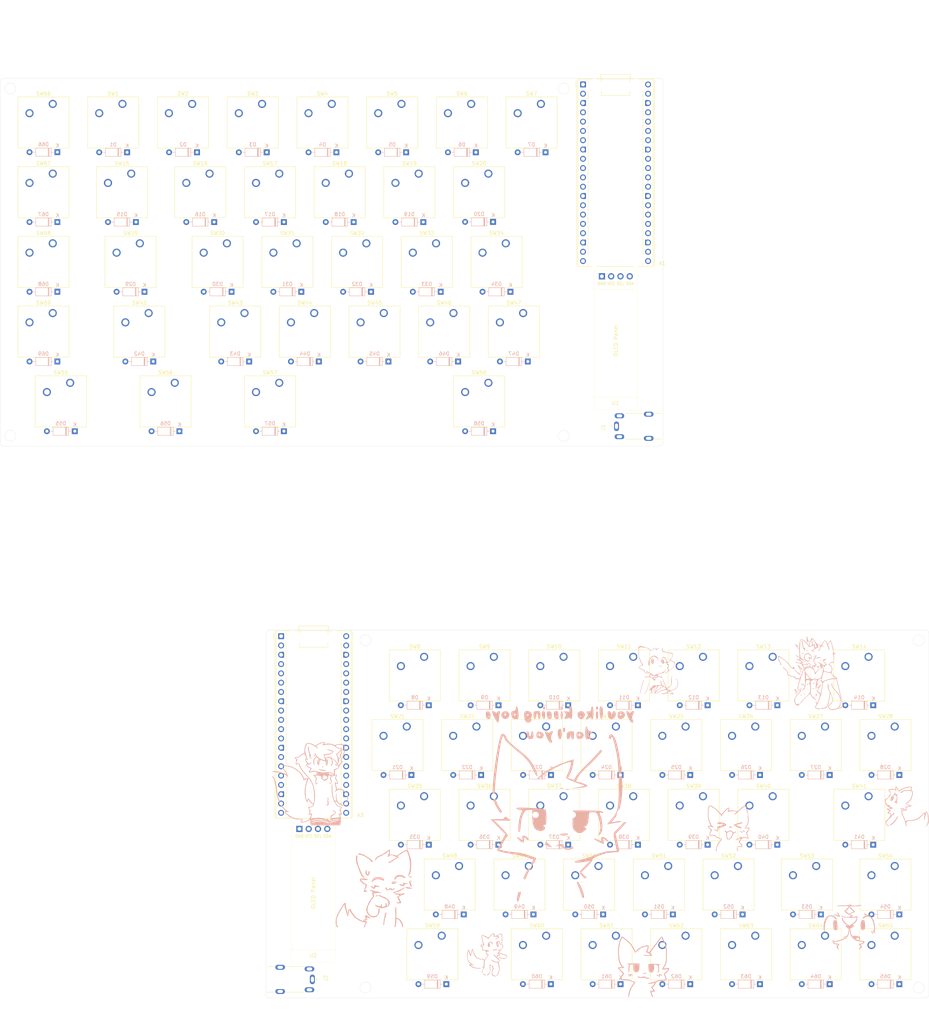
<source format=kicad_pcb>
(kicad_pcb (version 20240108) (generator "pcbnew") (generator_version "8.0")
  (layers (0 "F.Cu" signal) (31 "B.Cu" signal) (34 "B.Paste" user) (35 "F.Paste" user) (36 "B.SilkS" user "B.Silkscreen") (37 "F.SilkS" user "F.Silkscreen") (38 "B.Mask" user) (39 "F.Mask" user) (44 "Edge.Cuts" user))
  (net 0 "")
  (net 1 "Net-(D1-A)")
  (net 2 "Net-(D2-A)")
  (net 3 "Net-(D3-A)")
  (net 4 "Net-(D4-A)")
  (net 5 "Net-(D5-A)")
  (net 6 "Net-(D6-A)")
  (net 7 "Net-(D7-A)")
  (net 8 "Net-(D8-A)")
  (net 9 "Net-(D9-A)")
  (net 10 "Net-(D10-A)")
  (net 11 "Net-(D11-A)")
  (net 12 "Net-(D12-A)")
  (net 13 "Net-(D13-A)")
  (net 14 "Net-(D14-A)")
  (net 15 "Net-(D15-A)")
  (net 16 "Net-(D16-A)")
  (net 17 "Net-(D17-A)")
  (net 18 "Net-(D18-A)")
  (net 19 "Net-(D19-A)")
  (net 20 "Net-(D20-A)")
  (net 21 "Net-(D21-A)")
  (net 22 "Net-(D22-A)")
  (net 23 "Net-(D23-A)")
  (net 24 "Net-(D24-A)")
  (net 25 "Net-(D25-A)")
  (net 26 "Net-(D26-A)")
  (net 27 "Net-(D27-A)")
  (net 28 "Net-(D28-A)")
  (net 29 "Net-(D29-A)")
  (net 30 "Net-(D30-A)")
  (net 31 "Net-(D31-A)")
  (net 32 "Net-(D32-A)")
  (net 33 "Net-(D33-A)")
  (net 34 "Net-(D34-A)")
  (net 35 "Net-(D35-A)")
  (net 36 "Net-(D36-A)")
  (net 37 "Net-(D37-A)")
  (net 38 "Net-(D38-A)")
  (net 39 "Net-(D39-A)")
  (net 40 "Net-(D40-A)")
  (net 41 "Net-(D41-A)")
  (net 42 "Net-(D42-A)")
  (net 43 "Net-(D43-A)")
  (net 44 "Net-(D44-A)")
  (net 45 "Net-(D45-A)")
  (net 46 "Net-(D46-A)")
  (net 47 "Net-(D47-A)")
  (net 48 "Net-(D48-A)")
  (net 49 "Net-(D49-A)")
  (net 50 "Net-(D50-A)")
  (net 51 "Net-(D51-A)")
  (net 52 "Net-(D52-A)")
  (net 53 "Net-(D53-A)")
  (net 54 "Net-(D54-A)")
  (net 55 "Net-(D55-A)")
  (net 56 "Net-(D56-A)")
  (net 57 "Net-(D57-A)")
  (net 58 "Net-(D58-A)")
  (net 59 "Net-(D59-A)")
  (net 60 "Net-(D60-A)")
  (net 61 "Net-(D61-A)")
  (net 62 "Net-(D62-A)")
  (net 63 "Net-(D63-A)")
  (net 64 "Net-(D64-A)")
  (net 65 "Net-(D65-A)")
  (net 66 "Net-(D66-A)")
  (net 67 "Net-(D67-A)")
  (net 68 "Net-(D68-A)")
  (net 69 "Net-(D69-A)")
  (net 70 "GND")
  (net 71 "Net-(A1-GPIO5)")
  (net 72 "Net-(A1-GPIO1)")
  (net 74 "Net-(A1-GPIO10)")
  (net 75 "Net-(A1-GPIO11)")
  (net 80 "Net-(A1-GPIO0)")
  (net 81 "Net-(A1-GPIO7)")
  (net 83 "Net-(A1-GPIO12)")
  (net 86 "Net-(A1-GPIO17)")
  (net 87 "Net-(A1-GPIO3)")
  (net 88 "Net-(A1-GPIO9)")
  (net 89 "+3.3V")
  (net 90 "Net-(A1-GPIO18)")
  (net 93 "Net-(A1-GPIO2)")
  (net 97 "Net-(A1-GPIO6)")
  (net 101 "Net-(A1-GPIO8)")
  (net 102 "Net-(A1-GPIO19)")
  (net 103 "Net-(A1-GPIO4)")
  (net 106 "Net-(A3-GPIO4)")
  (net 108 "Net-(A3-GPIO6)")
  (net 109 "Net-(A3-VBUS)")
  (net 110 "Net-(A3-GPIO3)")
  (net 111 "Net-(A3-GPIO18)")
  (net 114 "Net-(A3-GPIO11)")
  (net 116 "Net-(A3-GPIO0)")
  (net 119 "Net-(A3-GPIO10)")
  (net 121 "Net-(A3-GPIO17)")
  (net 122 "Net-(A3-GPIO1)")
  (net 124 "Net-(A3-GPIO5)")
  (net 125 "Net-(A3-GPIO8)")
  (net 128 "Net-(A3-GPIO12)")
  (net 129 "Net-(A3-GPIO7)")
  (net 130 "Net-(A3-GPIO9)")
  (net 131 "Net-(A3-GPIO19)")
  (net 134 "Net-(A3-GPIO2)")
  (net 140 "Net-(J1-T)")
  (net 141 "Net-(A3-3V3)")
  (footprint "Button_Switch_Keyboard:SW_Cherry_MX_1.00u_PCB" (layer "F.Cu") (at 72.75 -82.25)
    (property "Reference" "SW17")
    (property "Value" "SW_Push")
  )
  (footprint "Button_Switch_Keyboard:SW_Cherry_MX_1.25u_PCB" (layer "F.Cu") (at 219.49 106.92)
    (property "Reference" "SW53")
    (property "Value" "SW_Push")
  )
  (footprint "Button_Switch_Keyboard:SW_Cherry_MX_1.00u_PCB" (layer "F.Cu") (at 129.9 -82.25)
    (property "Reference" "SW20")
    (property "Value" "SW_Push")
  )
  (footprint "Module:RaspberryPi_Pico_Common_THT" (layer "F.Cu") (at 155.76 -106.6175)
    (property "Reference" "A1")
    (property "Value" "RaspberryPi_Pico")
  )
  (footprint "Button_Switch_Keyboard:SW_Cherry_MX_1.00u_PCB" (layer "F.Cu") (at 164.74 68.82)
    (property "Reference" "SW24")
    (property "Value" "SW_Push")
  )
  (footprint "Button_Switch_Keyboard:SW_Cherry_MX_1.00u_PCB" (layer "F.Cu") (at 68.05 -101.3)
    (property "Reference" "SW3")
    (property "Value" "SW_Push")
  )
  (footprint "Button_Switch_Keyboard:SW_Cherry_MX_1.00u_PCB" (layer "F.Cu") (at 10.85 -82.25)
    (property "Reference" "SW67")
    (property "Value" "SW_Push")
  )
  (footprint "Button_Switch_Keyboard:SW_Cherry_MX_1.00u_PCB" (layer "F.Cu") (at 139.4 -44.15)
    (property "Reference" "SW47")
    (property "Value" "SW_Push")
  )
  (footprint "Button_Switch_Keyboard:SW_Cherry_MX_1.00u_PCB" (layer "F.Cu") (at 140.94 106.92)
    (property "Reference" "SW49")
    (property "Value" "SW_Push")
  )
  (footprint "Button_Switch_Keyboard:SW_Cherry_MX_1.00u_PCB" (layer "F.Cu") (at 48.95 -101.3)
    (property "Reference" "SW2")
    (property "Value" "SW_Push")
  )
  (footprint "Module:RaspberryPi_Pico_Common_THT" (layer "F.Cu") (at 73.26 44.1325)
    (property "Reference" "A3")
    (property "Value" "RaspberryPi_Pico")
  )
  (footprint "Button_Switch_Keyboard:SW_Cherry_MX_1.00u_PCB" (layer "F.Cu") (at 183.79 125.97)
    (property "Reference" "SW62")
    (property "Value" "SW_Push")
  )
  (footprint "Button_Switch_Keyboard:SW_Cherry_MX_1.00u_PCB" (layer "F.Cu") (at 198.09 106.92)
    (property "Reference" "SW52")
    (property "Value" "SW_Push")
  )
  (footprint "Button_Switch_Keyboard:SW_Cherry_MX_1.00u_PCB" (layer "F.Cu") (at 82.3 -44.15)
    (property "Reference" "SW44")
    (property "Value" "SW_Push")
  )
  (footprint "Button_Switch_Keyboard:SW_Cherry_MX_1.00u_PCB" (layer "F.Cu") (at 169.49 49.77)
    (property "Reference" "SW11")
    (property "Value" "SW_Push")
  )
  (footprint "Button_Switch_Keyboard:SW_Cherry_MX_1.00u_PCB" (layer "F.Cu") (at 207.59 87.87)
    (property "Reference" "SW40")
    (property "Value" "SW_Push")
  )
  (footprint "Button_Switch_Keyboard:SW_Cherry_MX_1.75u_PCB" (layer "F.Cu") (at 37.05 -44.15)
    (property "Reference" "SW42")
    (property "Value" "SW_Push")
  )
  (footprint "Button_Switch_Keyboard:SW_Cherry_MX_1.00u_PCB" (layer "F.Cu") (at 131.39 49.77)
    (property "Reference" "SW9")
    (property "Value" "SW_Push")
  )
  (footprint "Button_Switch_Keyboard:SW_Cherry_MX_1.00u_PCB" (layer "F.Cu") (at 29.9 -101.3)
    (property "Reference" "SW1")
    (property "Value" "SW_Push")
  )
  (footprint "Library:SSD1306-0.91-OLED-4pin-128x32" (layer "F.Cu") (at 76.065 133.285 90)
    (property "Reference" "U2")
    (property "Value" "~" (hide yes))
  )
  (footprint "Button_Switch_Keyboard:SW_Cherry_MX_1.00u_PCB" (layer "F.Cu") (at 221.89 125.97)
    (property "Reference" "SW64")
    (property "Value" "SW_Push")
  )
  (footprint "Button_Switch_Keyboard:SW_Cherry_MX_1.00u_PCB" (layer "F.Cu") (at 159.99 106.92)
    (property "Reference" "SW50")
    (property "Value" "SW_Push")
  )
  (footprint "Button_Switch_Keyboard:SW_Cherry_MX_1.00u_PCB" (layer "F.Cu") (at 188.54 87.87)
    (property "Reference" "SW39")
    (property "Value" "SW_Push")
  )
  (footprint "Button_Switch_Keyboard:SW_Cherry_MX_1.00u_PCB" (layer "F.Cu") (at 179.04 106.92)
    (property "Reference" "SW51")
    (property "Value" "SW_Push")
  )
  (footprint "Button_Switch_Keyboard:SW_Cherry_MX_1.00u_PCB" (layer "F.Cu") (at 145.69 125.97)
    (property "Reference" "SW60")
    (property "Value" "SW_Push")
  )
  (footprint "Button_Switch_Keyboard:SW_Cherry_MX_1.00u_PCB" (layer "F.Cu") (at 134.65 -63.2)
    (property "Reference" "SW34")
    (property "Value" "SW_Push")
  )
  (footprint "Library:SSD1306-0.91-OLED-4pin-128x32" (layer "F.Cu") (at 158.725 -17.685 90)
    (property "Reference" "U1")
    (property "Value" "~")
  )
  (footprint "Button_Switch_Keyboard:SW_Cherry_MX_1.00u_PCB" (layer "F.Cu") (at 131.39 87.87)
    (property "Reference" "SW36")
    (property "Value" "SW_Push")
  )
  (footprint "Button_Switch_Keyboard:SW_Cherry_MX_1.00u_PCB" (layer "F.Cu") (at 150.44 87.87)
    (property "Reference" "SW37")
    (property "Value" "SW_Push")
  )
  (footprint "Button_Switch_Keyboard:SW_Cherry_MX_1.00u_PCB" (layer "F.Cu") (at 169.49 87.87)
    (property "Reference" "SW38")
    (property "Value" "SW_Push")
  )
  (footprint "Button_Switch_Keyboard:SW_Cherry_MX_1.00u_PCB" (layer "F.Cu") (at 150.44 49.77)
    (property "Reference" "SW10")
    (property "Value" "SW_Push")
  )
  (footprint "Button_Switch_Keyboard:SW_Cherry_MX_1.75u_PCB" (layer "F.Cu") (at 233.79 49.77)
    (property "Reference" "SW14")
    (property "Value" "SW_Push")
  )
  (footprint "Button_Switch_Keyboard:SW_Cherry_MX_1.00u_PCB" (layer "F.Cu") (at 240.94 68.82)
    (property "Reference" "SW28")
    (property "Value" "SW_Push")
  )
  (footprint "Button_Switch_Keyboard:SW_Cherry_MX_1.75u_PCB" (layer "F.Cu") (at 233.79 87.87)
    (property "Reference" "SW41")
    (property "Value" "SW_Push")
  )
  (footprint "Button_Switch_Keyboard:SW_Cherry_MX_1.50u_PCB" (layer "F.Cu") (at 44.2 -25.1)
    (property "Reference" "SW56")
    (property "Value" "SW_Push")
  )
  (footprint "Library:TENSILITY_54-00174" (layer "F.Cu") (at 75 137.9 -90)
    (property "Reference" "J2")
    (property "Value" "AudioJack4")
  )
  (footprint "Button_Switch_Keyboard:SW_Cherry_MX_1.25u_PCB" (layer "F.Cu") (at 32.3 -82.25)
    (property "Reference" "SW15")
    (property "Value" "SW_Push")
  )
  (footprint "Button_Switch_Keyboard:SW_Cherry_MX_1.00u_PCB" (layer "F.Cu") (at 53.7 -82.25)
    (property "Reference" "SW16")
    (property "Value" "SW_Push")
  )
  (footprint "Button_Switch_Keyboard:SW_Cherry_MX_1.00u_PCB" (layer "F.Cu") (at 112.34 87.87)
    (property "Reference" "SW35")
    (property "Value" "SW_Push")
  )
  (footprint "Button_Switch_Keyboard:SW_Cherry_MX_1.00u_PCB" (layer "F.Cu") (at 110.85 -82.25)
    (property "Reference" "SW19")
    (property "Value" "SW_Push")
  )
  (footprint "Button_Switch_Keyboard:SW_Cherry_MX_1.00u_PCB" (layer "F.Cu") (at 96.55 -63.2)
    (property "Reference" "SW32")
    (property "Value" "SW_Push")
  )
  (footprint "Button_Switch_Keyboard:SW_Cherry_MX_1.00u_PCB" (layer "F.Cu") (at 221.89 68.82)
    (property "Reference" "SW27")
    (property "Value" "SW_Push")
  )
  (footprint "Button_Switch_Keyboard:SW_Cherry_MX_1.00u_PCB" (layer "F.Cu") (at 144.25 -101.3)
    (property "Reference" "SW7")
    (property "Value" "SW_Push")
  )
  (footprint "Button_Switch_Keyboard:SW_Cherry_MX_1.00u_PCB" (layer "F.Cu") (at 107.59 68.82)
    (property "Reference" "SW21")
    (property "Value" "SW_Push")
  )
  (footprint "Button_Switch_Keyboard:SW_Cherry_MX_1.00u_PCB" (layer "F.Cu") (at 10.85 -63.2)
    (property "Reference" "SW68")
    (property "Value" "SW_Push")
  )
  (footprint "Button_Switch_Keyboard:SW_Cherry_MX_1.50u_PCB" (layer "F.Cu") (at 34.65 -63.2)
    (property "Reference" "SW29")
    (property "Value" "SW_Push")
  )
  (footprint "Button_Switch_Keyboard:SW_Cherry_MX_1.00u_PCB" (layer "F.Cu") (at 10.85 -101.3)
    (property "Reference" "SW66")
    (property "Value" "SW_Push")
  )
  (footprint "Button_Switch_Keyboard:SW_Cherry_MX_1.00u_PCB" (layer "F.Cu") (at 183.79 68.82)
    (property "Reference" "SW25")
    (property "Value" "SW_Push")
  )
  (footprint "Button_Switch_Keyboard:SW_Cherry_MX_1.50u_PCB" (layer "F.Cu") (at 72.75 -25.1)
    (property "Reference" "SW57")
    (property "Value" "SW_Push")
  )
  (footprint "Library:TENSILITY_54-00174" (layer "F.Cu") (at 171.71 -13.22 90)
    (property "Reference" "J1")
    (property "Value" "AudioJack4")
  )
  (footprint "Button_Switch_Keyboard:SW_Cherry_MX_1.50u_PCB" (layer "F.Cu") (at 15.6 -25.1)
    (property "Reference" "SW55")
    (property "Value" "SW_Push")
  )
  (footprint "Button_Switch_Keyboard:SW_Cherry_MX_1.00u_PCB" (layer "F.Cu") (at 101.32 -44.15)
    (property "Reference" "SW45")
    (property "Value" "SW_Push")
  )
  (footprint "Button_Switch_Keyboard:SW_Cherry_MX_1.00u_PCB" (layer "F.Cu") (at 10.85 -44.15)
    (property "Reference" "SW69")
    (property "Value" "SW_Push")
  )
  (footprint "Button_Switch_Keyboard:SW_Cherry_MX_1.00u_PCB" (layer "F.Cu") (at 145.69 68.82)
    (property "Reference" "SW23")
    (property "Value" "SW_Push")
  )
  (footprint "Button_Switch_Keyboard:SW_Cherry_MX_1.00u_PCB" (layer "F.Cu") (at 202.84 68.82)
    (property "Reference" "SW26")
    (property "Value" "SW_Push")
  )
  (footprint "Button_Switch_Keyboard:SW_Cherry_MX_1.00u_PCB" (layer "F.Cu") (at 207.59 49.77)
    (property "Reference" "SW13")
    (property "Value" "SW_Push")
  )
  (footprint "Button_Switch_Keyboard:SW_Cherry_MX_1.00u_PCB" (layer "F.Cu") (at 240.94 125.97)
    (property "Reference" "SW65")
    (property "Value" "SW_Push")
  )
  (footprint "Button_Switch_Keyboard:SW_Cherry_MX_1.00u_PCB" (layer "F.Cu") (at 126.64 68.82)
    (property "Reference" "SW22")
    (property "Value" "SW_Push")
  )
  (footprint "Button_Switch_Keyboard:SW_Cherry_MX_1.00u_PCB" (layer "F.Cu") (at 112.34 49.77)
    (property "Reference" "SW8")
    (property "Value" "SW_Push")
  )
  (footprint "Button_Switch_Keyboard:SW_Cherry_MX_1.00u_PCB" (layer "F.Cu") (at 240.94 106.92)
    (property "Reference" "SW54")
    (property "Value" "SW_Push")
  )
  (footprint "Button_Switch_Keyboard:SW_Cherry_MX_1.00u_PCB" (layer "F.Cu") (at 202.84 125.97)
    (property "Reference" "SW63")
    (property "Value" "SW_Push")
  )
  (footprint "Button_Switch_Keyboard:SW_Cherry_MX_1.00u_PCB" (layer "F.Cu") (at 91.8 -82.25)
    (property "Reference" "SW18")
    (property "Value" "SW_Push")
  )
  (footprint "Button_Switch_Keyboard:SW_Cherry_MX_1.00u_PCB" (layer "F.Cu") (at 106.15 -101.3)
    (property "Reference" "SW5")
    (property "Value" "SW_Push")
  )
  (footprint "Button_Switch_Keyboard:SW_Cherry_MX_1.00u_PCB" (layer "F.Cu") (at 120.35 -44.15)
    (property "Reference" "SW46")
    (property "Value" "SW_Push")
  )
  (footprint "Button_Switch_Keyboard:SW_Cherry_MX_1.00u_PCB" (layer "F.Cu") (at 63.25 -44.15)
    (property "Reference" "SW43")
    (property "Value" "SW_Push")
  )
  (footprint "Button_Switch_Keyboard:SW_Cherry_MX_2.00u_PCB" (layer "F.Cu") (at 117.14 125.97)
    (property "Reference" "SW59")
    (property "Value" "SW_Push")
  )
  (footprint "Button_Switch_Keyboard:SW_Cherry_MX_1.00u_PCB" (layer "F.Cu") (at 58.45 -63.2)
    (property "Reference" "SW30")
    (property "Value" "SW_Push")
  )
  (footprint "Button_Switch_Keyboard:SW_Cherry_MX_1.00u_PCB" (layer "F.Cu") (at 164.74 125.97)
    (property "Reference" "SW61")
    (property "Value" "SW_Push")
  )
  (footprint "Button_Switch_Keyboard:SW_Cherry_MX_1.00u_PCB" (layer "F.Cu") (at 77.5 -63.2)
    (property "Reference" "SW31")
    (property "Value" "SW_Push")
  )
  (footprint "Button_Switch_Keyboard:SW_Cherry_MX_1.00u_PCB" (layer "F.Cu") (at 87.1 -101.3)
    (property "Reference" "SW4")
    (property "Value" "SW_Push")
  )
  (footprint "Button_Switch_Keyboard:SW_Cherry_MX_1.00u_PCB" (layer "F.Cu") (at 125.2 -101.3)
    (property "Reference" "SW6")
    (property "Value" "SW_Push")
  )
  (footprint "Button_Switch_Keyboard:SW_Cherry_MX_1.00u_PCB" (layer "F.Cu") (at 115.6 -63.2)
    (property "Reference" "SW33")
    (property "Value" "SW_Push")
  )
  (footprint "Button_Switch_Keyboard:SW_Cherry_MX_1.00u_PCB" (layer "F.Cu") (at 121.89 106.92)
    (property "Reference" "SW48")
    (property "Value" "SW_Push")
  )
  (footprint "Button_Switch_Keyboard:SW_Cherry_MX_2.00u_PCB" (layer "F.Cu") (at 129.9 -25.1)
    (property "Reference" "SW58")
    (property "Value" "SW_Push")
  )
  (footprint "Button_Switch_Keyboard:SW_Cherry_MX_1.00u_PCB" (layer "F.Cu") (at 188.54 49.77)
    (property "Reference" "SW12")
    (property "Value" "SW_Push")
  )
  (footprint "Diode_THT:D_DO-35_SOD27_P7.62mm_Horizontal" (layer "B.Cu") (at 83.57 -30.92 180)
    (property "Reference" "D44")
    (property "Value" "1N4148")
  )
  (footprint "Diode_THT:D_DO-35_SOD27_P7.62mm_Horizontal" (layer "B.Cu") (at 242.21 120.15 180)
    (property "Reference" "D54")
    (property "Value" "1N4148")
  )
  (footprint "Diode_THT:D_DO-35_SOD27_P7.62mm_Horizontal" (layer "B.Cu") (at 185.06 139.2 180)
    (property "Reference" "D62")
    (property "Value" "1N4148")
  )
  (footprint "Diode_THT:D_DO-35_SOD27_P7.62mm_Horizontal" (layer "B.Cu") (at 16.87 -11.87 180)
    (property "Reference" "D55")
    (property "Value" "1N4148")
  )
  (footprint "Diode_THT:D_DO-35_SOD27_P7.62mm_Horizontal" (layer "B.Cu") (at 204.11 139.2 180)
    (property "Reference" "D63")
    (property "Value" "1N4148")
  )
  (footprint "Diode_THT:D_DO-35_SOD27_P7.62mm_Horizontal" (layer "B.Cu") (at 12.12 -30.92 180)
    (property "Reference" "D69")
    (property "Value" "1N4148")
  )
  (footprint "Diode_THT:D_DO-35_SOD27_P7.62mm_Horizontal" (layer "B.Cu") (at 242.21 82.05 180)
    (property "Reference" "D28")
    (property "Value" "1N4148")
  )
  (footprint "LOGO" (layer "B.Cu") (at 83.35 83.65 180)
    (property "Reference" "G***" (hide yes))
    (property "Value" "LOGO" (hide yes))
  )
  (footprint "Diode_THT:D_DO-35_SOD27_P7.62mm_Horizontal" (layer "B.Cu") (at 199.36 120.15 180)
    (property "Reference" "D52")
    (property "Value" "1N4148")
  )
  (footprint "Diode_THT:D_DO-35_SOD27_P7.62mm_Horizontal" (layer "B.Cu") (at 220.76 120.15 180)
    (property "Reference" "D53")
    (property "Value" "1N4148")
  )
  (footprint "Diode_THT:D_DO-35_SOD27_P7.62mm_Horizontal" (layer "B.Cu") (at 102.58 -30.92 180)
    (property "Reference" "D45")
    (property "Value" "1N4148")
  )
  (footprint "Diode_THT:D_DO-35_SOD27_P7.62mm_Horizontal" (layer "B.Cu") (at 74.02 -69.02 180)
    (property "Reference" "D17")
    (property "Value" "1N4148")
  )
  (footprint "Diode_THT:D_DO-35_SOD27_P7.62mm_Horizontal" (layer "B.Cu") (at 132.66 63 180)
    (property "Reference" "D9")
    (property "Value" "1N4148")
  )
  (footprint "Diode_THT:D_DO-35_SOD27_P7.62mm_Horizontal" (layer "B.Cu") (at 113.61 101.1 180)
    (property "Reference" "D35")
    (property "Value" "1N4148")
  )
  (footprint "Diode_THT:D_DO-35_SOD27_P7.62mm_Horizontal" (layer "B.Cu") (at 189.81 63 180)
    (property "Reference" "D12")
    (property "Value" "1N4148")
  )
  (footprint "Diode_THT:D_DO-35_SOD27_P7.62mm_Horizontal" (layer "B.Cu") (at 88.37 -88.07 180)
    (property "Reference" "D4")
    (property "Value" "1N4148")
  )
  (footprint "Diode_THT:D_DO-35_SOD27_P7.62mm_Horizontal" (layer "B.Cu") (at 78.77 -49.97 180)
    (property "Reference" "D31")
    (property "Value" "1N4148")
  )
  (footprint "Diode_THT:D_DO-35_SOD27_P7.62mm_Horizontal" (layer "B.Cu") (at 64.52 -30.92 180)
    (property "Reference" "D43")
    (property "Value" "1N4148")
  )
  (footprint "Diode_THT:D_DO-35_SOD27_P7.62mm_Horizontal" (layer "B.Cu") (at 93.08 -69.02 180)
    (property "Reference" "D18")
    (property "Value" "1N4148")
  )
  (footprint "Diode_THT:D_DO-35_SOD27_P7.62mm_Horizontal" (layer "B.Cu") (at 161.26 120.15 180)
    (property "Reference" "D50")
    (property "Value" "1N4148")
  )
  (footprint "Diode_THT:D_DO-35_SOD27_P7.62mm_Horizontal" (layer "B.Cu") (at 204.12 82.05 180)
    (property "Reference" "D26")
    (property "Value" "1N4148")
  )
  (footprint "Diode_THT:D_DO-35_SOD27_P7.62mm_Horizontal" (layer "B.Cu") (at 140.67 -30.92 180)
    (property "Reference" "D47")
    (property "Value" "1N4148")
  )
  (footprint "Diode_THT:D_DO-35_SOD27_P7.62mm_Horizontal" (layer "B.Cu") (at 116.87 -49.97 180)
    (property "Reference" "D33")
    (property "Value" "1N4148")
  )
  (footprint "LOGO" (layer "B.Cu") (at 195.494832 95.368125 180)
    (property "Reference" "G***" (hide yes))
    (property "Value" "LOGO" (hide yes))
  )
  (footprint "Diode_THT:D_DO-35_SOD27_P7.62mm_Horizontal" (layer "B.Cu") (at 147.01 82.05 180)
    (property "Reference" "D23")
    (property "Value" "1N4148")
  )
  (footprint "LOGO" (layer "B.Cu") (at 218.15 54.25 180)
    (property "Reference" "G***" (hide yes))
    (property "Value" "LOGO" (hide yes))
  )
  (footprint "Diode_THT:D_DO-35_SOD27_P7.62mm_Horizontal" (layer "B.Cu") (at 189.81 101.1 180)
    (property "Reference" "D39")
    (property "Value" "1N4148")
  )
  (footprint "Diode_THT:D_DO-35_SOD27_P7.62mm_Horizontal" (layer "B.Cu") (at 166.01 82.05 180)
    (property "Reference" "D24")
    (property "Value" "1N4148")
  )
  (footprint "Diode_THT:D_DO-35_SOD27_P7.62mm_Horizontal" (layer "B.Cu") (at 145.52 -88.07 180)
    (property "Reference" "D7")
    (property "Value" "1N4148")
  )
  (footprint "Diode_THT:D_DO-35_SOD27_P7.62mm_Horizontal" (layer "B.Cu") (at 223.16 82.05 180)
    (property "Reference" "D27")
    (property "Value" "1N4148")
  )
  (footprint "Diode_THT:D_DO-35_SOD27_P7.62mm_Horizontal" (layer "B.Cu") (at 123.16 120.15 180)
    (property "Reference" "D48")
    (property "Value" "1N4148")
  )
  (footprint "Diode_THT:D_DO-35_SOD27_P7.62mm_Horizontal" (layer "B.Cu") (at 142.21 120.15 180)
    (property "Reference" "D49")
    (property "Value" "1N4148")
  )
  (footprint "LOGO" (layer "B.Cu") (at 172.2 134.35 180)
    (property "Reference" "G***" (hide yes))
    (property "Value" "LOGO" (hide yes))
  )
  (footprint "Diode_THT:D_DO-35_SOD27_P7.62mm_Horizontal" (layer "B.Cu") (at 131.17 -11.87 180)
    (property "Reference" "D58")
    (property "Value" "1N4148")
  )
  (footprint "LOGO" (layer "B.Cu") (at 228.796631 122.137375 180)
    (property "Reference" "G***" (hide yes))
    (property "Value" "LOGO" (hide yes))
  )
  (footprint "Diode_THT:D_DO-35_SOD27_P7.62mm_Horizontal" (layer "B.Cu") (at 208.87 63 180)
    (property "Reference" "D13")
    (property "Value" "1N4148")
  )
  (footprint "Diode_THT:D_DO-35_SOD27_P7.62mm_Horizontal" (layer "B.Cu") (at 97.82 -49.97 180)
    (property "Reference" "D32")
    (property "Value" "1N4148")
  )
  (footprint "Diode_THT:D_DO-35_SOD27_P7.62mm_Horizontal" (layer "B.Cu") (at 112.12 -69.02 180)
    (property "Reference" "D19")
    (property "Value" "1N4148")
  )
  (footprint "Diode_THT:D_DO-35_SOD27_P7.62mm_Horizontal" (layer "B.Cu") (at 74.02 -11.87 180)
    (property "Reference" "D57")
    (property "Value" "1N4148")
  )
  (footprint "Diode_THT:D_DO-35_SOD27_P7.62mm_Horizontal" (layer "B.Cu") (at 223.16 139.2 180)
    (property "Reference" "D64")
    (property "Value" "1N4148")
  )
  (footprint "Diode_THT:D_DO-35_SOD27_P7.62mm_Horizontal" (layer "B.Cu") (at 59.72 -49.97 180)
    (property "Reference" "D30")
    (property "Value" "1N4148")
  )
  (footprint "LOGO" (layer "B.Cu") (at 244.537686 88.48444 180)
    (property "Reference" "G***" (hide yes))
    (property "Value" "LOGO" (hide yes))
  )
  (footprint "Diode_THT:D_DO-35_SOD27_P7.62mm_Horizontal" (layer "B.Cu") (at 170.76 101.1 180)
    (property "Reference" "D38")
    (property "Value" "1N4148")
  )
  (footprint "Diode_THT:D_DO-35_SOD27_P7.62mm_Horizontal" (layer "B.Cu") (at 113.6 63 180)
    (property "Reference" "D8")
    (property "Value" "1N4148")
  )
  (footprint "LOGO" (layer "B.Cu") (at 98.5 113.05 180)
    (property "Reference" "G***" (hide yes))
    (property "Value" "LOGO" (hide yes))
  )
  (footprint "Diode_THT:D_DO-35_SOD27_P7.62mm_Horizontal" (layer "B.Cu") (at 151.71 101.1 180)
    (property "Reference" "D37")
    (property "Value" "1N4148")
  )
  (footprint "Diode_THT:D_DO-35_SOD27_P7.62mm_Horizontal" (layer "B.Cu") (at 12.12 -49.97 180)
    (property "Reference" "D68")
    (property "Value" "1N4148")
  )
  (footprint "Diode_THT:D_DO-35_SOD27_P7.62mm_Horizontal" (layer "B.Cu") (at 12.12 -88.12 180)
    (property "Reference" "D66")
    (property "Value" "1N4148")
  )
  (footprint "Diode_THT:D_DO-35_SOD27_P7.62mm_Horizontal" (layer "B.Cu") (at 131.17 -69.07 180)
    (property "Reference" "D20")
    (property "Value" "1N4148")
  )
  (footprint "LOGO" (layer "B.Cu") (at 149.3 88.7 180)
    (property "Reference" "G***" (hide yes))
    (property "Value" "LOGO" (hide yes))
  )
  (footprint "Diode_THT:D_DO-35_SOD27_P7.62mm_Horizontal" (layer "B.Cu") (at 35.92 -49.97 180)
    (property "Reference" "D29")
    (property "Value" "1N4148")
  )
  (footprint "Diode_THT:D_DO-35_SOD27_P7.62mm_Horizontal" (layer "B.Cu") (at 146.96 139.2 180)
    (property "Reference" "D60")
    (property "Value" "1N4148")
  )
  (footprint "Diode_THT:D_DO-35_SOD27_P7.62mm_Horizontal" (layer "B.Cu") (at 132.66 101.1 180)
    (property "Reference" "D36")
    (property "Value" "1N4148")
  )
  (footprint "Diode_THT:D_DO-35_SOD27_P7.62mm_Horizontal" (layer "B.Cu") (at 33.57 -69.02 180)
    (property "Reference" "D15")
    (property "Value" "1N4148")
  )
  (footprint "Diode_THT:D_DO-35_SOD27_P7.62mm_Horizontal" (layer "B.Cu") (at 108.86 82.05 180)
    (property "Reference" "D21")
    (property "Value" "1N4148")
  )
  (footprint "Diode_THT:D_DO-35_SOD27_P7.62mm_Horizontal" (layer "B.Cu") (at 50.27 -88.07 180)
    (property "Reference" "D2")
    (property "Value" "1N4148")
  )
  (footprint "Diode_THT:D_DO-35_SOD27_P7.62mm_Horizontal" (layer "B.Cu") (at 31.17 -88.07 180)
    (property "Reference" "D1")
    (property "Value" "1N4148")
  )
  (footprint "Diode_THT:D_DO-35_SOD27_P7.62mm_Horizontal" (layer "B.Cu") (at 151.71 63 180)
    (property "Reference" "D10")
    (property "Value" "1N4148")
  )
  (footprint "LOGO" (layer "B.Cu") (at 177.529569 52.34 180)
    (property "Reference" "G***" (hide yes))
    (property "Value" "LOGO" (hide yes))
  )
  (footprint "Diode_THT:D_DO-35_SOD27_P7.62mm_Horizontal" (layer "B.Cu") (at 170.76 63 180)
    (property "Reference" "D11")
    (property "Value" "1N4148")
  )
  (footprint "Diode_THT:D_DO-35_SOD27_P7.62mm_Horizontal" (layer "B.Cu") (at 166.01 139.2 180)
    (property "Reference" "D61")
    (property "Value" "1N4148")
  )
  (footprint "Diode_THT:D_DO-35_SOD27_P7.62mm_Horizontal" (layer "B.Cu") (at 208.86 101.1 180)
    (property "Reference" "D40")
    (property "Value" "1N4148")
  )
  (footprint "Diode_THT:D_DO-35_SOD27_P7.62mm_Horizontal" (layer "B.Cu") (at 45.47 -11.87 180)
    (property "Reference" "D56")
    (property "Value" "1N4148")
  )
  (footprint "Diode_THT:D_DO-35_SOD27_P7.62mm_Horizontal" (layer "B.Cu") (at 126.47 -88.07 180)
    (property "Reference" "D6")
    (property "Value" "1N4148")
  )
  (footprint "Diode_THT:D_DO-35_SOD27_P7.62mm_Horizontal" (layer "B.Cu") (at 185.06 82.05 180)
    (property "Reference" "D25")
    (property "Value" "1N4148")
  )
  (footprint "Diode_THT:D_DO-35_SOD27_P7.62mm_Horizontal" (layer "B.Cu") (at 118.41 139.2 180)
    (property "Reference" "D59")
    (property "Value" "1N4148")
  )
  (footprint "LOGO" (layer "B.Cu") (at 130.35 131.15 180)
    (property "Reference" "G***" (hide yes))
    (property "Value" "LOGO" (hide yes))
  )
  (footprint "Diode_THT:D_DO-35_SOD27_P7.62mm_Horizontal" (layer "B.Cu") (at 135.92 -49.97 180)
    (property "Reference" "D34")
    (property "Value" "1N4148")
  )
  (footprint "Diode_THT:D_DO-35_SOD27_P7.62mm_Horizontal" (layer "B.Cu") (at 121.62 -30.92 180)
    (property "Reference" "D46")
    (property "Value" "1N4148")
  )
  (footprint "Diode_THT:D_DO-35_SOD27_P7.62mm_Horizontal" (layer "B.Cu") (at 54.97 -69.02 180)
    (property "Reference" "D16")
    (property "Value" "1N4148")
  )
  (footprint "Diode_THT:D_DO-35_SOD27_P7.62mm_Horizontal" (layer "B.Cu") (at 127.91 82.05 180)
    (property "Reference" "D22")
    (property "Value" "1N4148")
  )
  (footprint "Diode_THT:D_DO-35_SOD27_P7.62mm_Horizontal" (layer "B.Cu") (at 12.12 -69.02 180)
    (property "Reference" "D67")
    (property "Value" "1N4148")
  )
  (footprint "Diode_THT:D_DO-35_SOD27_P7.62mm_Horizontal" (layer "B.Cu") (at 242.21 139.2 180)
    (property "Reference" "D65")
    (property "Value" "1N4148")
  )
  (footprint "Diode_THT:D_DO-35_SOD27_P7.62mm_Horizontal" (layer "B.Cu") (at 38.32 -30.92 180)
    (property "Reference" "D42")
    (property "Value" "1N4148")
  )
  (footprint "Diode_THT:D_DO-35_SOD27_P7.62mm_Horizontal" (layer "B.Cu") (at 69.32 -88.07 180)
    (property "Reference" "D3")
    (property "Value" "1N4148")
  )
  (footprint "Diode_THT:D_DO-35_SOD27_P7.62mm_Horizontal" (layer "B.Cu") (at 180.31 120.15 180)
    (property "Reference" "D51")
    (property "Value" "1N4148")
  )
  (footprint "Diode_THT:D_DO-35_SOD27_P7.62mm_Horizontal" (layer "B.Cu") (at 235.06 101.1 180)
    (property "Reference" "D41")
    (property "Value" "1N4148")
  )
  (footprint "Diode_THT:D_DO-35_SOD27_P7.62mm_Horizontal" (layer "B.Cu") (at 107.42 -88.07 180)
    (property "Reference" "D5")
    (property "Value" "1N4148")
  )
  (footprint "Diode_THT:D_DO-35_SOD27_P7.62mm_Horizontal" (layer "B.Cu") (at 235.06 63 180)
    (property "Reference" "D14")
    (property "Value" "1N4148")
  )
  (gr_line (start 250.3 43.45) (end 250.3 141.95) (stroke (width 0.05)) (layer "Edge.Cuts"))
  (gr_line (start 249.3 42.45) (end 70.15 42.45) (stroke (width 0.05)) (layer "Edge.Cuts"))
  (gr_arc (start 250.3 141.95) (mid 250.007107 142.657107) (end 249.3 142.95) (stroke (width 0.05)) (layer "Edge.Cuts"))
  (gr_line (start -3.54 -107.32) (end -3.54 -8.82) (stroke (width 0.05)) (layer "Edge.Cuts"))
  (gr_circle (center 247.5 140.15) (end 247.5 141.65) (stroke (width 0.05)) (fill none) (layer "Edge.Cuts"))
  (gr_circle (center 150.46 -105.52) (end 150.46 -104.02) (stroke (width 0.05)) (fill none) (layer "Edge.Cuts"))
  (gr_circle (center 96.3 140.15) (end 96.3 141.65) (stroke (width 0.05)) (fill none) (layer "Edge.Cuts"))
  (gr_arc (start 69.15 43.45) (mid 69.442893 42.742893) (end 70.15 42.45) (stroke (width 0.05)) (layer "Edge.Cuts"))
  (gr_arc (start -2.54 -7.82) (mid -3.247107 -8.112893) (end -3.54 -8.82) (stroke (width 0.05)) (layer "Edge.Cuts"))
  (gr_arc (start -3.54 -107.32) (mid -3.247107 -108.027107) (end -2.54 -108.32) (stroke (width 0.05)) (layer "Edge.Cuts"))
  (gr_circle (center 96.3 45.25) (end 96.3 46.75) (stroke (width 0.05)) (fill none) (layer "Edge.Cuts"))
  (gr_line (start 176.61 -108.32) (end -2.54 -108.32) (stroke (width 0.05)) (layer "Edge.Cuts"))
  (gr_arc (start 70.15 142.95) (mid 69.442893 142.657107) (end 69.15 141.95) (stroke (width 0.05)) (layer "Edge.Cuts"))
  (gr_arc (start 249.3 42.45) (mid 250.007107 42.742893) (end 250.3 43.45) (stroke (width 0.05)) (layer "Edge.Cuts"))
  (gr_line (start 177.61 -107.32) (end 177.61 -8.82) (stroke (width 0.05)) (layer "Edge.Cuts"))
  (gr_circle (center 150.46 -10.62) (end 150.46 -9.12) (stroke (width 0.05)) (fill none) (layer "Edge.Cuts"))
  (gr_line (start -2.54 -7.82) (end 176.61 -7.82) (stroke (width 0.05)) (layer "Edge.Cuts"))
  (gr_circle (center 247.5 45.25) (end 247.5 46.75) (stroke (width 0.05)) (fill none) (layer "Edge.Cuts"))
  (gr_line (start 70.15 142.95) (end 249.3 142.95) (stroke (width 0.05)) (layer "Edge.Cuts"))
  (gr_line (start 69.15 43.45) (end 69.15 141.95) (stroke (width 0.05)) (layer "Edge.Cuts"))
  (gr_arc (start 177.61 -8.82) (mid 177.317107 -8.112893) (end 176.61 -7.82) (stroke (width 0.05)) (layer "Edge.Cuts"))
  (gr_circle (center -0.74 -10.62) (end -0.74 -9.12) (stroke (width 0.05)) (fill none) (layer "Edge.Cuts"))
  (gr_circle (center -0.74 -105.52) (end -0.74 -104.02) (stroke (width 0.05)) (fill none) (layer "Edge.Cuts"))
  (gr_arc (start 176.61 -108.32) (mid 177.317107 -108.027107) (end 177.61 -107.32) (stroke (width 0.05)) (layer "Edge.Cuts"))
)
</source>
